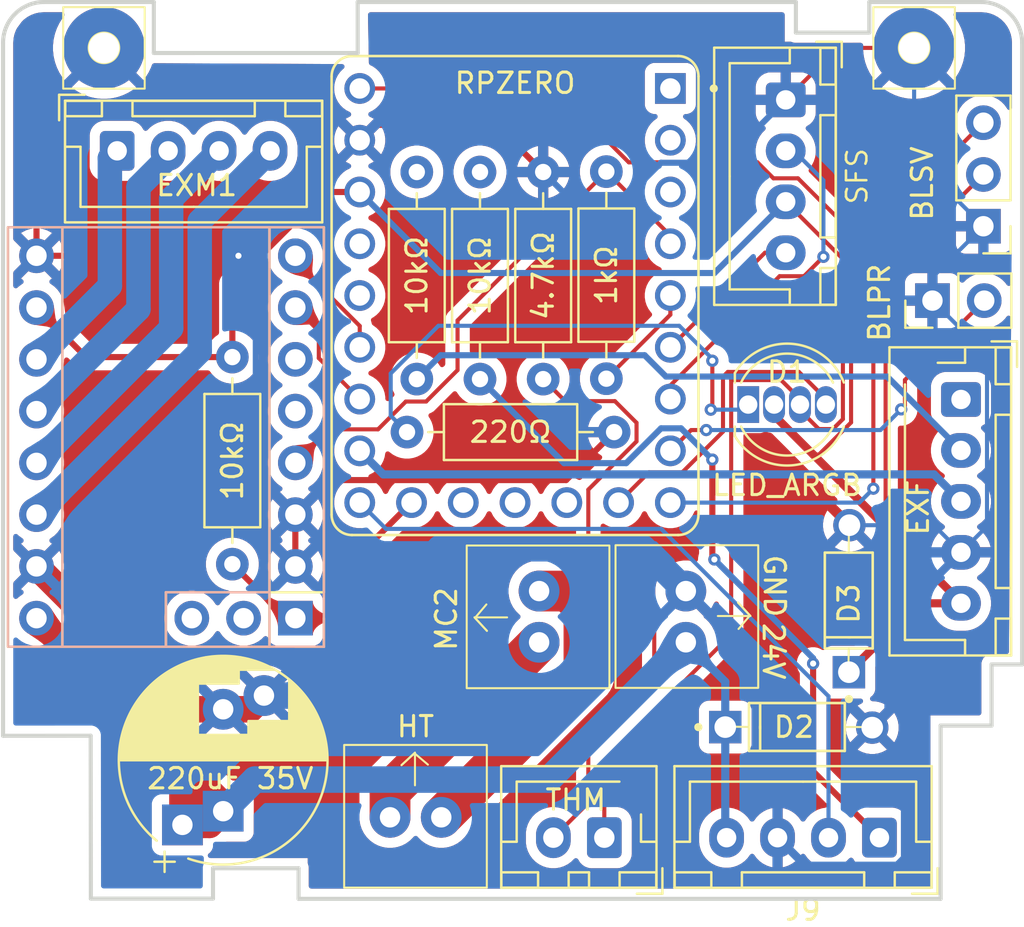
<source format=kicad_pcb>
(kicad_pcb (version 20241229) (generator "pcbnew") (generator_version "9.0")
  (layers (0 "F.Cu" signal) (2 "B.Cu" signal) (13 "F.Paste" user) (15 "B.Paste" user) (5 "F.SilkS" user "F.Silkscreen") (7 "B.SilkS" user "B.Silkscreen") (1 "F.Mask" user) (3 "B.Mask" user) (25 "Edge.Cuts" user))
  (net 0 "")
  (net 1 "/BL_SV")
  (net 2 "/BL_PR")
  (net 3 "/THM_SG")
  (net 4 "/TH_SG")
  (net 5 "+24V")
  (net 6 "+5V")
  (net 7 "GND")
  (net 8 "/ExtruderDriver/A2")
  (net 9 "/ExtruderDriver/B1")
  (net 10 "/ExtruderDriver/B2")
  (net 11 "/ExtruderDriver/A1")
  (net 12 "+3V3")
  (net 13 "/SFS_ENC")
  (net 14 "/SFS_SW")
  (net 19 "/M_UART")
  (net 20 "/EXF_SG")
  (net 21 "/PCF_SG")
  (net 22 "/EXF_TACH")
  (net 23 "/PCF_TACH")
  (net 24 "/M_DIR")
  (net 25 "/M_EN")
  (net 26 "/M_STEP")
  (net 27 "Net-(J5-Pin_1)")
  (net 28 "Net-(J5-Pin_2)")
  (net 29 "Net-(J8-Pin_2)")
  (net 31 "Net-(J9-Pin_1)")
  (net 32 "Net-(RPZERO1-GP4)")
  (net 33 "/LED_TEST")
  (net 36 "Net-(D1-A)")
  (footprint "OpenA1K:ScrewTerminal 7mm x 7mm" (layer "F.Cu") (at 85.925914 80.271896 -90)
    (property "Reference" "J7" (hide yes))
    (property "Value" "MC2" (at 0 4.275914 90) (layer "F.SilkS"))
    (pad "1" thru_hole circle (at -1.371896 -0.274086 270) (size 2 2) (drill 1) (layers "*.Cu" "*.Mask") (net 27 "Net-(J5-Pin_1)"))
    (pad "2" thru_hole circle (at 1.142704 -0.274086 270) (size 2 2) (drill 1) (layers "*.Cu" "*.Mask") (net 28 "Net-(J5-Pin_2)"))
  )
  (footprint "Connector_PinHeader_2.54mm:PinHeader_1x03_P2.54mm_Vertical" (layer "F.Cu") (at 108 61 180)
    (property "Reference" "J3" (hide yes))
    (property "Value" "BLSV" (at 3 2.1 270) (layer "F.SilkS"))
    (pad "1" thru_hole rect (at 0 0 180) (size 1.7 1.7) (drill 1) (layers "*.Cu" "*.Mask") (net 7 "GND"))
    (pad "2" thru_hole oval (at 0 2.54 180) (size 1.7 1.7) (drill 1) (layers "*.Cu" "*.Mask") (net 6 "+5V"))
    (pad "3" thru_hole oval (at 0 5.08 180) (size 1.7 1.7) (drill 1) (layers "*.Cu" "*.Mask") (net 1 "/BL_SV"))
  )
  (footprint "OpenA1K:Diode" (layer "F.Cu") (at 101.4 77.7 90)
    (property "Reference" "D3" (at -1.8135 0 90) (layer "F.SilkS"))
    (property "Value" "D_EXF" (hide yes))
    (pad "1" thru_hole rect (at -5.18 0 90) (size 1.59 1.59) (drill 1.06) (layers "*.Cu" "*.Mask") (net 6 "+5V"))
    (pad "2" thru_hole circle (at 2.032 0.0254 90) (size 1.59 1.59) (drill 1.06) (layers "*.Cu" "*.Mask") (net 7 "GND"))
  )
  (footprint "OpenA1K:Mountinghole_m1.5" (layer "F.Cu") (at 64.85 52.25)
    (property "Reference" "H1" (hide yes))
    (property "Value" "M1.5" (hide yes))
    (pad "1" thru_hole circle (at 0 0) (size 4 4) (drill 1.5) (layers "*.Cu" "*.Mask") (net 7 "GND"))
  )
  (footprint "OpenA1K:TMC2209 Footprint" (layer "F.Cu") (at 74.240707 80.23 180)
    (property "Reference" "M1" (hide yes))
    (property "Value" "StepperMotor" (hide yes))
    (pad "1" thru_hole rect (at 0 0 180) (size 1.7 1.7) (drill 1) (layers "*.Cu" "*.Mask") (net 25 "/M_EN"))
    (pad "2" thru_hole circle (at 0 2.54 180) (size 1.7 1.7) (drill 1) (layers "*.Cu" "*.Mask") (net 7 "GND"))
    (pad "3" thru_hole circle (at 0 5.08 180) (size 1.7 1.7) (drill 1) (layers "*.Cu" "*.Mask") (net 7 "GND"))
    (pad "4" thru_hole circle (at 0 7.62 180) (size 1.7 1.7) (drill 1) (layers "*.Cu" "*.Mask") (net 19 "/M_UART"))
    (pad "5" thru_hole circle (at 0 10.16 180) (size 1.7 1.7) (drill 1) (layers "*.Cu" "*.Mask"))
    (pad "6" thru_hole circle (at 0 12.7 180) (size 1.7 1.7) (drill 1) (layers "*.Cu" "*.Mask"))
    (pad "7" thru_hole circle (at 0 15.24 180) (size 1.7 1.7) (drill 1) (layers "*.Cu" "*.Mask") (net 26 "/M_STEP"))
    (pad "8" thru_hole circle (at 0 17.78 180) (size 1.7 1.7) (drill 1) (layers "*.Cu" "*.Mask") (net 24 "/M_DIR"))
    (pad "9" thru_hole circle (at 12.7 17.78 180) (size 1.7 1.7) (drill 1) (layers "*.Cu" "*.Mask") (net 7 "GND"))
    (pad "10" thru_hole circle (at 12.7 15.24 180) (size 1.7 1.7) (drill 1) (layers "*.Cu" "*.Mask") (net 12 "+3V3"))
    (pad "11" thru_hole circle (at 12.7 12.7 180) (size 1.7 1.7) (drill 1) (layers "*.Cu" "*.Mask") (net 10 "/ExtruderDriver/B2"))
    (pad "12" thru_hole circle (at 12.7 10.16 180) (size 1.7 1.7) (drill 1) (layers "*.Cu" "*.Mask") (net 9 "/ExtruderDriver/B1"))
    (pad "13" thru_hole circle (at 12.7 7.62 180) (size 1.7 1.7) (drill 1) (layers "*.Cu" "*.Mask") (net 11 "/ExtruderDriver/A1"))
    (pad "14" thru_hole circle (at 12.7 5.08 180) (size 1.7 1.7) (drill 1) (layers "*.Cu" "*.Mask") (net 8 "/ExtruderDriver/A2"))
    (pad "15" thru_hole circle (at 12.7 2.54 180) (size 1.7 1.7) (drill 1) (layers "*.Cu" "*.Mask") (net 7 "GND"))
    (pad "16" thru_hole circle (at 12.7 0 180) (size 1.7 1.7) (drill 1) (layers "*.Cu" "*.Mask") (net 5 "+24V"))
    (pad "17" thru_hole circle (at 2.54 0 180) (size 1.7 1.7) (drill 1) (layers "*.Cu" "*.Mask"))
    (pad "18" thru_hole circle (at 5.08 0 180) (size 1.7 1.7) (drill 1) (layers "*.Cu" "*.Mask"))
  )
  (footprint "Connector_PinHeader_2.54mm:PinHeader_1x02_P2.54mm_Vertical" (layer "F.Cu") (at 105.5 64.65 90)
    (property "Reference" "J4" (hide yes))
    (property "Value" "BLPR" (at -0.1 -2.6 270) (layer "F.SilkS"))
    (pad "1" thru_hole rect (at 0 0 90) (size 1.7 1.7) (drill 1) (layers "*.Cu" "*.Mask") (net 7 "GND"))
    (pad "2" thru_hole oval (at 0 2.54 90) (size 1.7 1.7) (drill 1) (layers "*.Cu" "*.Mask") (net 2 "/BL_PR"))
  )
  (footprint "Resistor_THT:R_Axial_DIN0207_L6.3mm_D2.5mm_P10.16mm_Horizontal" (layer "F.Cu") (at 86.4 68.5 90)
    (property "Reference" "R2" (hide yes))
    (property "Value" "4.7kΩ" (at 5.08 0 90) (layer "F.SilkS"))
    (pad "1" thru_hole circle (at 0 0 90) (size 1.6 1.6) (drill 0.8) (layers "*.Cu" "*.Mask") (net 4 "/TH_SG"))
    (pad "2" thru_hole oval (at 10.16 0 90) (size 1.6 1.6) (drill 0.8) (layers "*.Cu" "*.Mask") (net 7 "GND"))
  )
  (footprint "Resistor_THT:R_Axial_DIN0207_L6.3mm_D2.5mm_P10.16mm_Horizontal" (layer "F.Cu") (at 71.15 77.58 90)
    (property "Reference" "R6" (hide yes))
    (property "Value" "10kΩ" (at 5.08 0 90) (layer "F.SilkS"))
    (pad "1" thru_hole circle (at 0 0 90) (size 1.6 1.6) (drill 0.8) (layers "*.Cu" "*.Mask") (net 25 "/M_EN"))
    (pad "2" thru_hole oval (at 10.16 0 90) (size 1.6 1.6) (drill 0.8) (layers "*.Cu" "*.Mask") (net 12 "+3V3"))
  )
  (footprint "Resistor_THT:R_Axial_DIN0207_L6.3mm_D2.5mm_P10.16mm_Horizontal" (layer "F.Cu") (at 83.3 68.5 90)
    (property "Reference" "R4" (hide yes))
    (property "Value" "10kΩ" (at 5.08 0 90) (layer "F.SilkS"))
    (pad "1" thru_hole circle (at 0 0 90) (size 1.6 1.6) (drill 0.8) (layers "*.Cu" "*.Mask") (net 31 "Net-(J9-Pin_1)"))
    (pad "2" thru_hole oval (at 10.16 0 90) (size 1.6 1.6) (drill 0.8) (layers "*.Cu" "*.Mask") (net 23 "/PCF_TACH"))
  )
  (footprint "Connector_JST:JST_XH_B2B-XH-AM_1x02_P2.50mm_Vertical" (layer "F.Cu") (at 89.4 91 180)
    (property "Reference" "J1" (hide yes))
    (property "Value" "THM" (at 1.4 1.85 0) (layer "F.SilkS"))
    (pad "1" thru_hole roundrect (at 0 0 180) (size 1.7 2) (drill 1) (layers "*.Cu" "*.Mask") (roundrect_rratio 0.147059) (net 12 "+3V3"))
    (pad "2" thru_hole oval (at 2.5 0 180) (size 1.7 2) (drill 1) (layers "*.Cu" "*.Mask") (net 4 "/TH_SG"))
  )
  (footprint "Capacitor_THT:CP_Radial_D10.0mm_P5.00mm_P7.50mm" (layer "F.Cu") (at 70.7 89.7 90)
    (property "Reference" "C2" (hide yes))
    (property "Value" "220uF 35V" (at 1.6 0.35 0) (layer "F.SilkS"))
    (pad "1" thru_hole rect (at -0.672144 -2 90) (size 2 2) (drill 1) (layers "*.Cu" "*.Mask") (net 5 "+24V"))
    (pad "1" thru_hole rect (at 0 0 90) (size 2 2) (drill 1) (layers "*.Cu" "*.Mask") (net 5 "+24V"))
    (pad "2" thru_hole circle (at 5 0 90) (size 2 2) (drill 1) (layers "*.Cu" "*.Mask") (net 7 "GND"))
    (pad "2" thru_hole circle (at 5.672144 2 90) (size 2 2) (drill 1) (layers "*.Cu" "*.Mask") (net 7 "GND"))
  )
  (footprint "OpenA1K:ScrewTerminal 7mm x 7mm" (layer "F.Cu") (at 80.028811 89.725914 180)
    (property "Reference" "J5" (hide yes))
    (property "Value" "HT" (at -0.1068 4.175914 0) (layer "F.SilkS"))
    (pad "1" thru_hole circle (at -1.371896 -0.274086 180) (size 2 2) (drill 1) (layers "*.Cu" "*.Mask") (net 27 "Net-(J5-Pin_1)"))
    (pad "2" thru_hole circle (at 1.142704 -0.274086 180) (size 2 2) (drill 1) (layers "*.Cu" "*.Mask") (net 28 "Net-(J5-Pin_2)"))
  )
  (footprint "OpenA1K:ScrewTerminal 7mm x 7mm" (layer "F.Cu") (at 93.674086 80.042704 90)
    (property "Reference" "J6" (hide yes))
    (property "Value" "MC1" (hide yes))
    (pad "1" thru_hole circle (at -1.371896 -0.274086 90) (size 2 2) (drill 1) (layers "*.Cu" "*.Mask") (net 5 "+24V"))
    (pad "2" thru_hole circle (at 1.142704 -0.274086 90) (size 2 2) (drill 1) (layers "*.Cu" "*.Mask") (net 7 "GND"))
  )
  (footprint "OpenA1K:Diode" (layer "F.Cu") (at 100.5135 85.5746)
    (property "Reference" "D2" (at -1.8135 0 0) (layer "F.SilkS"))
    (property "Value" "D_PCF" (hide yes))
    (pad "1" thru_hole rect (at -5.18 0) (size 1.59 1.59) (drill 1.06) (layers "*.Cu" "*.Mask") (net 5 "+24V"))
    (pad "2" thru_hole circle (at 2.032 0.0254) (size 1.59 1.59) (drill 1.06) (layers "*.Cu" "*.Mask") (net 7 "GND"))
  )
  (footprint "Resistor_THT:R_Axial_DIN0207_L6.3mm_D2.5mm_P10.16mm_Horizontal" (layer "F.Cu") (at 80.2 68.5 90)
    (property "Reference" "R5" (hide yes))
    (property "Value" "10kΩ" (at 5.08 0 90) (layer "F.SilkS"))
    (pad "1" thru_hole circle (at 0 0 90) (size 1.6 1.6) (drill 0.8) (layers "*.Cu" "*.Mask") (net 29 "Net-(J8-Pin_2)"))
    (pad "2" thru_hole oval (at 10.16 0 90) (size 1.6 1.6) (drill 0.8) (layers "*.Cu" "*.Mask") (net 22 "/EXF_TACH"))
  )
  (footprint "Connector_JST:JST_XH_B5B-XH-AM_1x05_P2.50mm_Vertical" (layer "F.Cu") (at 106.9 69.5 -90)
    (property "Reference" "J8" (hide yes))
    (property "Value" "EXF" (at 5.3 2.1 90) (layer "F.SilkS"))
    (pad "1" thru_hole roundrect (at 0 0 270) (size 1.7 1.95) (drill 0.95) (layers "*.Cu" "*.Mask") (roundrect_rratio 0.147059))
    (pad "2" thru_hole oval (at 2.5 0 270) (size 1.7 1.95) (drill 0.95) (layers "*.Cu" "*.Mask") (net 29 "Net-(J8-Pin_2)"))
    (pad "3" thru_hole oval (at 5 0 270) (size 1.7 1.95) (drill 0.95) (layers "*.Cu" "*.Mask") (net 20 "/EXF_SG"))
    (pad "4" thru_hole oval (at 7.5 0 270) (size 1.7 1.95) (drill 0.95) (layers "*.Cu" "*.Mask") (net 7 "GND"))
    (pad "5" thru_hole oval (at 10 0 270) (size 1.7 1.95) (drill 0.95) (layers "*.Cu" "*.Mask") (net 6 "+5V"))
  )
  (footprint "Connector_JST:JST_XH_B4B-XH-A_1x04_P2.50mm_Vertical" (layer "F.Cu") (at 98.3 54.8 -90)
    (property "Reference" "J2" (hide yes))
    (property "Value" "SFS" (at 3.75 -3.5 90) (layer "F.SilkS") (effects (font (thickness 0.125))))
    (pad "1" thru_hole roundrect (at 0 0 270) (size 1.7 1.95) (drill 0.95) (layers "*.Cu" "*.Mask") (roundrect_rratio 0.147059) (net 7 "GND"))
    (pad "2" thru_hole oval (at 2.5 0 270) (size 1.7 1.95) (drill 0.95) (layers "*.Cu" "*.Mask") (net 13 "/SFS_ENC"))
    (pad "3" thru_hole oval (at 5 0 270) (size 1.7 1.95) (drill 0.95) (layers "*.Cu" "*.Mask") (net 12 "+3V3"))
    (pad "4" thru_hole oval (at 7.5 0 270) (size 1.7 1.95) (drill 0.95) (layers "*.Cu" "*.Mask") (net 14 "/SFS_SW"))
  )
  (footprint "Resistor_THT:R_Axial_DIN0207_L6.3mm_D2.5mm_P10.16mm_Horizontal" (layer "F.Cu") (at 89.5 58.32 -90)
    (property "Reference" "R1" (hide yes))
    (property "Value" "1kΩ" (at 5.08 0 90) (layer "F.SilkS"))
    (pad "1" thru_hole circle (at 0 0 270) (size 1.6 1.6) (drill 0.8) (layers "*.Cu" "*.Mask") (net 19 "/M_UART"))
    (pad "2" thru_hole oval (at 10.16 0 270) (size 1.6 1.6) (drill 0.8) (layers "*.Cu" "*.Mask") (net 32 "Net-(RPZERO1-GP4)"))
  )
  (footprint "Resistor_THT:R_Axial_DIN0207_L6.3mm_D2.5mm_P10.16mm_Horizontal" (layer "F.Cu") (at 79.72 71.1)
    (property "Reference" "R3" (hide yes))
    (property "Value" "220Ω" (at 5.08 0 0) (layer "F.SilkS"))
    (pad "1" thru_hole circle (at 0 0) (size 1.6 1.6) (drill 0.8) (layers "*.Cu" "*.Mask") (net 36 "Net-(D1-A)"))
    (pad "2" thru_hole oval (at 10.16 0) (size 1.6 1.6) (drill 0.8) (layers "*.Cu" "*.Mask") (net 7 "GND"))
  )
  (footprint "Connector_JST:JST_XH_B4B-XH-A_1x04_P2.50mm_Vertical" (layer "F.Cu") (at 102.9 91 180)
    (property "Reference" "J9" (at 3.75 -3.55 180) (layer "F.SilkS"))
    (property "Value" "PCF")
    (pad "1" thru_hole roundrect (at 0 0 180) (size 1.7 1.95) (drill 0.95) (layers "*.Cu" "*.Mask") (roundrect_rratio 0.147059) (net 31 "Net-(J9-Pin_1)"))
    (pad "2" thru_hole oval (at 2.5 0 180) (size 1.7 1.95) (drill 0.95) (layers "*.Cu" "*.Mask") (net 21 "/PCF_SG"))
    (pad "3" thru_hole oval (at 5 0 180) (size 1.7 1.95) (drill 0.95) (layers "*.Cu" "*.Mask") (net 7 "GND"))
    (pad "4" thru_hole oval (at 7.5 0 180) (size 1.7 1.95) (drill 0.95) (layers "*.Cu" "*.Mask") (net 5 "+24V"))
  )
  (footprint "Libraries:RP2040-ZERO" (layer "F.Cu") (at 85.02 64.4)
    (property "Reference" "RPZERO1" (hide yes))
    (property "Value" "RPZERO" (at 0 -10.42 0) (layer "F.SilkS"))
    (pad "1" thru_hole rect (at 7.62 -10.16) (size 1.508 1.508) (drill 1) (layers "*.Cu" "*.Mask"))
    (pad "2" thru_hole circle (at 7.62 -7.62) (size 1.508 1.508) (drill 1) (layers "*.Cu" "*.Mask"))
    (pad "3" thru_hole circle (at 7.62 -5.08) (size 1.508 1.508) (drill 1) (layers "*.Cu" "*.Mask") (net 3 "/THM_SG"))
    (pad "4" thru_hole circle (at 7.62 -2.54) (size 1.508 1.508) (drill 1) (layers "*.Cu" "*.Mask") (net 19 "/M_UART"))
    (pad "5" thru_hole circle (at 7.62 0) (size 1.508 1.508) (drill 1) (layers "*.Cu" "*.Mask") (net 32 "Net-(RPZERO1-GP4)"))
    (pad "6" thru_hole circle (at 7.62 2.54) (size 1.508 1.508) (drill 1) (layers "*.Cu" "*.Mask") (net 14 "/SFS_SW"))
    (pad "7" thru_hole circle (at 7.62 5.08) (size 1.508 1.508) (drill 1) (layers "*.Cu" "*.Mask") (net 13 "/SFS_ENC"))
    (pad "8" thru_hole circle (at 7.62 7.62) (size 1.508 1.508) (drill 1) (layers "*.Cu" "*.Mask") (net 2 "/BL_PR"))
    (pad "9" thru_hole circle (at 7.62 10.16) (size 1.508 1.508) (drill 1) (layers "*.Cu" "*.Mask") (net 1 "/BL_SV"))
    (pad "10" thru_hole circle (at 5.08 10.16) (size 1.508 1.508) (drill 1) (layers "*.Cu" "*.Mask") (net 33 "/LED_TEST"))
    (pad "11" thru_hole circle (at 2.54 10.16) (size 1.508 1.508) (drill 1) (layers "*.Cu" "*.Mask"))
    (pad "12" thru_hole circle (at 0 10.16) (size 1.508 1.508) (drill 1) (layers "*.Cu" "*.Mask"))
    (pad "13" thru_hole circle (at -2.54 10.16) (size 1.508 1.508) (drill 1) (layers "*.Cu" "*.Mask"))
    (pad "14" thru_hole circle (at -5.08 10.16) (size 1.508 1.508) (drill 1) (layers "*.Cu" "*.Mask") (net 25 "/M_EN"))
    (pad "15" thru_hole circle (at -7.62 10.16) (size 1.508 1.508) (drill 1) (layers "*.Cu" "*.Mask") (net 21 "/PCF_SG"))
    (pad "16" thru_hole circle (at -7.62 7.62) (size 1.508 1.508) (drill 1) (layers "*.Cu" "*.Mask") (net 20 "/EXF_SG"))
    (pad "17" thru_hole circle (at -7.62 5.08) (size 1.508 1.508) (drill 1) (layers "*.Cu" "*.Mask") (net 26 "/M_STEP"))
    (pad "18" thru_hole circle (at -7.62 2.54) (size 1.508 1.508) (drill 1) (layers "*.Cu" "*.Mask") (net 24 "/M_DIR"))
    (pad "19" thru_hole circle (at -7.62 0) (size 1.508 1.508) (drill 1) (layers "*.Cu" "*.Mask"))
    (pad "20" thru_hole circle (at -7.62 -2.54) (size 1.508 1.508) (drill 1) (layers "*.Cu" "*.Mask"))
    (pad "21" thru_hole circle (at -7.62 -5.08) (size 1.508 1.508) (drill 1) (layers "*.Cu" "*.Mask") (net 12 "+3V3"))
    (pad "22" thru_hole circle (at -7.62 -7.62) (size 1.508 1.508) (drill 1) (layers "*.Cu" "*.Mask") (net 7 "GND"))
    (pad "23" thru_hole circle (at -7.62 -10.16) (size 1.508 1.508) (drill 1) (layers "*.Cu" "*.Mask") (net 6 "+5V"))
  )
  (footprint "OpenA1K:Mountinghole_m1.5" (layer "F.Cu") (at 104.6 52.25)
    (property "Reference" "H2" (hide yes))
    (property "Value" "M1.5" (hide yes))
    (pad "1" thru_hole circle (at 0 0) (size 4 4) (drill 1.5) (layers "*.Cu" "*.Mask") (net 7 "GND"))
  )
  (footprint "Connector_JST:JST_XH_B4B-XH-A_1x04_P2.50mm_Vertical" (layer "F.Cu") (at 65.5 57.3)
    (property "Reference" "EXM1" (at 3.9 1.7 0) (layer "F.SilkS"))
    (property "Value" "Conn_01x04" (hide yes))
    (pad "1" thru_hole roundrect (at 0 0) (size 1.7 1.95) (drill 0.95) (layers "*.Cu" "*.Mask") (roundrect_rratio 0.147059) (net 10 "/ExtruderDriver/B2"))
    (pad "2" thru_hole oval (at 2.5 0) (size 1.7 1.95) (drill 0.95) (layers "*.Cu" "*.Mask") (net 9 "/ExtruderDriver/B1"))
    (pad "3" thru_hole oval (at 5 0) (size 1.7 1.95) (drill 0.95) (layers "*.Cu" "*.Mask") (net 11 "/ExtruderDriver/A1"))
    (pad "4" thru_hole oval (at 7.5 0) (size 1.7 1.95) (drill 0.95) (layers "*.Cu" "*.Mask") (net 8 "/ExtruderDriver/A2"))
  )
  (footprint "LED_THT:LED_D5.0mm-4_RGB" (layer "F.Cu") (at 96.46 69.75)
    (property "Reference" "D1" (at 1.905 -1.6 0) (layer "F.SilkS"))
    (property "Value" "LED_ARGB" (at 1.905 3.96 0) (layer "F.SilkS"))
    (pad "1" thru_hole rect (at 0 0) (size 1.07 1.8) (drill 0.9) (layers "*.Cu" "*.Mask") (net 36 "Net-(D1-A)"))
    (pad "2" thru_hole oval (at 1.27 0) (size 1.07 1.8) (drill 0.9) (layers "*.Cu" "*.Mask") (net 6 "+5V"))
    (pad "3" thru_hole oval (at 2.54 0) (size 1.07 1.8) (drill 0.9) (layers "*.Cu" "*.Mask") (net 12 "+3V3"))
    (pad "4" thru_hole oval (at 3.81 0) (size 1.07 1.8) (drill 0.9) (layers "*.Cu" "*.Mask") (net 33 "/LED_TEST"))
  )
  (gr_line (start 102.4 50) (end 102.4 51.5) (stroke (width 0.2)) (layer "Edge.Cuts"))
  (gr_line (start 108.4 82.5) (end 109.9 82.5) (stroke (width 0.2)) (layer "Edge.Cuts"))
  (gr_arc (start 59.9 52) (mid 60.485786 50.585786) (end 61.9 50) (stroke (width 0.2)) (layer "Edge.Cuts"))
  (gr_line (start 67.296551 50) (end 61.9 50) (stroke (width 0.2)) (layer "Edge.Cuts"))
  (gr_line (start 105.9 85.5) (end 108.4 85.5) (stroke (width 0.2)) (layer "Edge.Cuts"))
  (gr_line (start 102.4 51.5) (end 98.798662 51.501055) (stroke (width 0.2)) (layer "Edge.Cuts"))
  (gr_line (start 64.20788 93.990499) (end 64.199262 85.997624) (stroke (width 0.2)) (layer "Edge.Cuts"))
  (gr_line (start 77.299131 50) (end 77.299131 52.5) (stroke (width 0.2)) (layer "Edge.Cuts"))
  (gr_line (start 107.9 50) (end 102.4 50) (stroke (width 0.2)) (layer "Edge.Cuts"))
  (gr_line (start 109.9 82.5) (end 109.9 52) (stroke (width 0.2)) (layer "Edge.Cuts"))
  (gr_line (start 64.20788 93.990499) (end 70.201099 93.990499) (stroke (width 0.2)) (layer "Edge.Cuts"))
  (gr_line (start 74.4 92.5) (end 74.4 94) (stroke (width 0.2)) (layer "Edge.Cuts"))
  (gr_line (start 74.4 94) (end 105.9 94) (stroke (width 0.2)) (layer "Edge.Cuts"))
  (gr_line (start 108.4 85.5) (end 108.4 82.5) (stroke (width 0.2)) (layer "Edge.Cuts"))
  (gr_line (start 59.9 52) (end 59.9 86) (stroke (width 0.2)) (layer "Edge.Cuts"))
  (gr_arc (start 107.9 50) (mid 109.314214 50.585786) (end 109.9 52) (stroke (width 0.2)) (layer "Edge.Cuts"))
  (gr_line (start 67.296551 52.501055) (end 67.296551 50) (stroke (width 0.2)) (layer "Edge.Cuts"))
  (gr_line (start 105.9 94) (end 105.9 85.5) (stroke (width 0.2)) (layer "Edge.Cuts"))
  (gr_line (start 70.201099 92.5) (end 74.4 92.5) (stroke (width 0.2)) (layer "Edge.Cuts"))
  (gr_line (start 77.299131 52.5) (end 67.296551 52.501055) (stroke (width 0.2)) (layer "Edge.Cuts"))
  (gr_line (start 70.201099 93.990499) (end 70.201099 92.5) (stroke (width 0.2)) (layer "Edge.Cuts"))
  (gr_line (start 98.798662 50) (end 98.798662 51.501055) (stroke (width 0.2)) (layer "Edge.Cuts"))
  (gr_line (start 59.9 86) (end 64.199262 85.997624) (stroke (width 0.2)) (layer "Edge.Cuts"))
  (gr_line (start 98.798662 50) (end 77.299131 50) (stroke (width 0.2)) (layer "Edge.Cuts"))
  (gr_text "GND" (at 97.75 78.65 270) (layer "F.SilkS") (effects (font (size 1 1))))
  (gr_text "24V" (at 97.7 81.85 270) (layer "F.SilkS") (effects (font (size 1 1))))
  (segment (start 102.6 73.875) (end 102.6 61.32) (width 0.2) (layer "F.Cu") (net 1))
  (segment (start 102.6 61.32) (end 108 55.92) (width 0.2) (layer "F.Cu") (net 1))
  (via (at 102.6 73.875) (size 0.6) (drill 0.3) (layers "F.Cu" "B.Cu") (net 1))
  (segment (start 101.915 74.56) (end 102.6 73.875) (width 0.2) (layer "B.Cu") (net 1))
  (segment (start 92.64 74.56) (end 101.915 74.56) (width 0.2) (layer "B.Cu") (net 1))
  (segment (start 93.66 71) (end 94.4 71) (width 0.2) (layer "F.Cu") (net 2))
  (segment (start 104.15 68.54) (end 108.04 64.65) (width 0.2) (layer "F.Cu") (net 2))
  (segment (start 103.96538 69.98462) (end 104.15 69.8) (width 0.2) (layer "F.Cu") (net 2))
  (segment (start 104.15 69.8) (end 104.15 68.54) (width 0.2) (layer "F.Cu") (net 2))
  (segment (start 92.64 72.02) (end 93.66 71) (width 0.2) (layer "F.Cu") (net 2))
  (via (at 94.4 71) (size 0.6) (drill 0.3) (layers "F.Cu" "B.Cu") (net 2))
  (via (at 103.96538 69.98462) (size 0.6) (drill 0.3) (layers "F.Cu" "B.Cu") (net 2))
  (segment (start 102.95 71) (end 103.96538 69.98462) (width 0.2) (layer "B.Cu") (net 2))
  (segment (start 94.4 71) (end 102.95 71) (width 0.2) (layer "B.Cu") (net 2))
  (segment (start 88.615 76.965) (end 91.85 80.2) (width 0.2) (layer "F.Cu") (net 4))
  (segment (start 88.615 73.92205) (end 88.615 76.965) (width 0.2) (layer "F.Cu") (net 4))
  (segment (start 91.85 83.35) (end 88.615 86.585) (width 0.2) (layer "F.Cu") (net 4))
  (segment (start 90.981 70.64395) (end 90.981 71.55605) (width 0.2) (layer "F.Cu") (net 4))
  (segment (start 90.981 71.55605) (end 88.615 73.92205) (width 0.2) (layer "F.Cu") (net 4))
  (segment (start 87.481 69.581) (end 89.91805 69.581) (width 0.2) (layer "F.Cu") (net 4))
  (segment (start 88.615 86.585) (end 88.615 89.285) (width 0.2) (layer "F.Cu") (net 4))
  (segment (start 88.615 89.285) (end 86.9 91) (width 0.2) (layer "F.Cu") (net 4))
  (segment (start 89.91805 69.581) (end 90.981 70.64395) (width 0.2) (layer "F.Cu") (net 4))
  (segment (start 91.85 80.2) (end 91.85 83.35) (width 0.2) (layer "F.Cu") (net 4))
  (segment (start 86.4 68.5) (end 87.481 69.581) (width 0.2) (layer "F.Cu") (net 4))
  (segment (start 68.7 87.389293) (end 61.540707 80.23) (width 1.3) (layer "F.Cu") (net 5))
  (segment (start 68.7 90.372144) (end 68.7 87.389293) (width 1.3) (layer "F.Cu") (net 5))
  (segment (start 70.7 89.7) (end 70.7 89.389293) (width 1.3) (layer "F.Cu") (net 5))
  (segment (start 70.7 89.389293) (end 69.880354 88.569646) (width 1.3) (layer "F.Cu") (net 5))
  (segment (start 69.880354 88.569646) (end 61.540707 80.23) (width 1.3) (layer "F.Cu") (net 5))
  (segment (start 69.880354 89.19179) (end 68.7 90.372144) (width 1.3) (layer "F.Cu") (net 5))
  (segment (start 69.880354 88.569646) (end 69.880354 89.19179) (width 1.3) (layer "F.Cu") (net 5))
  (segment (start 68.7 90.372144) (end 70.027856 90.372144) (width 1.3) (layer "F.Cu") (net 5))
  (segment (start 70.027856 90.372144) (end 70.7 89.7) (width 1.3) (layer "F.Cu") (net 5))
  (segment (start 93.4 81.4146) (end 95.3335 83.3481) (width 0.4) (layer "B.Cu") (net 5))
  (segment (start 95.3335 85.5746) (end 95.3335 90.9335) (width 0.4) (layer "B.Cu") (net 5))
  (segment (start 72.251 88.149) (end 86.6656 88.149) (width 1.3) (layer "B.Cu") (net 5))
  (segment (start 95.3335 90.9335) (end 95.4 91) (width 0.4) (layer "B.Cu") (net 5))
  (segment (start 86.6656 88.149) (end 93.4 81.4146) (width 1.3) (layer "B.Cu") (net 5))
  (segment (start 70.7 89.7) (end 72.251 88.149) (width 1.3) (layer "B.Cu") (net 5))
  (segment (start 95.3335 83.3481) (end 95.3335 85.5746) (width 0.4) (layer "B.Cu") (net 5))
  (segment (start 90.601 57.86395) (end 96.91319 57.86395) (width 0.2) (layer "F.Cu") (net 6))
  (segment (start 77.4 54.24) (end 86.97705 54.24) (width 0.2) (layer "F.Cu") (net 6))
  (segment (start 103.201 63.259) (end 103.201 75.249) (width 0.2) (layer "F.Cu") (net 6))
  (segment (start 99.6494 72.2006) (end 102.9494 75.5006) (width 0.4) (layer "F.Cu") (net 6))
  (segment (start 101.507 61.25424) (end 101.507 70.627383) (width 0.2) (layer "F.Cu") (net 6))
  (segment (start 106.9 79.5) (end 104.78 79.5) (width 0.4) (layer "F.Cu") (net 6))
  (segment (start 103.201 75.249) (end 102.9494 75.5006) (width 0.2) (layer "F.Cu") (net 6))
  (segment (start 104.78 79.5) (end 101.4 82.88) (width 0.4) (layer "F.Cu") (net 6))
  (segment (start 98.90176 58.649) (end 101.507 61.25424) (width 0.2) (layer "F.Cu") (net 6))
  (segment (start 97.73 69.75) (end 97.73 70.2812) (width 0.4) (layer "F.Cu") (net 6))
  (segment (start 101.507 70.627383) (end 99.933783 72.2006) (width 0.2) (layer "F.Cu") (net 6))
  (segment (start 86.97705 54.24) (end 90.601 57.86395) (width 0.2) (layer "F.Cu") (net 6))
  (segment (start 96.91319 57.86395) (end 97.69824 58.649) (width 0.2) (layer "F.Cu") (net 6))
  (segment (start 102.9494 75.5006) (end 106.9 79.4512) (width 0.4) (layer "F.Cu") (net 6))
  (segment (start 108 58.46) (end 103.201 63.259) (width 0.2) (layer "F.Cu") (net 6))
  (segment (start 97.69824 58.649) (end 98.90176 58.649) (width 0.2) (layer "F.Cu") (net 6))
  (segment (start 99.933783 72.2006) (end 99.6494 72.2006) (width 0.2) (layer "F.Cu") (net 6))
  (segment (start 106.9 79.4512) (end 106.9 79.5) (width 0.4) (layer "F.Cu") (net 6))
  (segment (start 97.73 70.2812) (end 99.6494 72.2006) (width 0.4) (layer "F.Cu") (net 6))
  (segment (start 70.7 84.7) (end 68.550707 84.7) (width 1.3) (layer "F.Cu") (net 7))
  (segment (start 61.540707 55.559293) (end 64.85 52.25) (width 0.3) (layer "F.Cu") (net 7))
  (segment (start 72.027856 84.7) (end 72.7 84.027856) (width 1.3) (layer "F.Cu") (net 7))
  (segment (start 100.85 52.25) (end 98.3 54.8) (width 0.2) (layer "F.Cu") (net 7))
  (segment (start 61.540707 62.45) (end 61.540707 55.559293) (width 0.3) (layer "F.Cu") (net 7))
  (segment (start 64.85 52.25) (end 66.85 54.25) (width 0.3) (layer "F.Cu") (net 7))
  (segment (start 74.240707 75.15) (end 75.935707 73.455) (width 0.3) (layer "F.Cu") (net 7))
  (segment (start 75.935707 73.455) (end 87.525 73.455) (width 0.3) (layer "F.Cu") (net 7))
  (segment (start 66.85 54.25) (end 74.87 54.25) (width 0.3) (layer "F.Cu") (net 7))
  (segment (start 77.4 56.78) (end 78.154 56.026) (width 0.3) (layer "F.Cu") (net 7))
  (segment (start 84.086 56.026) (end 86.4 58.34) (width 0.3) (layer "F.Cu") (net 7))
  (segment (start 87.525 73.455) (end 89.88 71.1) (width 0.3) (layer "F.Cu") (net 7))
  (segment (start 104.6 52.25) (end 100.85 52.25) (width 0.2) (layer "F.Cu") (net 7))
  (segment (start 68.550707 84.7) (end 61.540707 77.69) (width 1.3) (layer "F.Cu") (net 7))
  (segment (start 74.240707 75.15) (end 74.240707 77.69) (width 0.3) (layer "F.Cu") (net 7))
  (segment (start 70.7 84.7) (end 72.027856 84.7) (width 1.3) (layer "F.Cu") (net 7))
  (segment (start 61.540707 62.45) (end 71.45 62.45) (width 0.3) (layer "F.Cu") (net 7))
  (segment (start 78.154 56.026) (end 84.086 56.026) (width 0.3) (layer "F.Cu") (net 7))
  (segment (start 74.87 54.25) (end 77.4 56.78) (width 0.3) (layer "F.Cu") (net 7))
  (via (at 71.45 62.45) (size 0.6) (drill 0.3) (layers "F.Cu" "B.Cu") (net 7))
  (segment (start 97.9 83.29689) (end 97.9 91) (width 0.4) (layer "B.Cu") (net 7))
  (segment (start 91.3 76.8) (end 93.4 78.9) (width 1.3) (layer "B.Cu") (net 7))
  (segment (start 103.340499 80.559501) (end 103.340499 84.805001) (width 0.4) (layer "B.Cu") (net 7))
  (segment (start 90.596294 59.471) (end 92.182294 57.885) (width 0.3) (layer "B.Cu") (net 7))
  (segment (start 92.182294 57.885) (end 95.215 57.885) (width 0.3) (layer "B.Cu") (net 7))
  (segment (start 108.176 75.724) (end 108.176 67.326) (width 0.2) (layer "B.Cu") (net 7))
  (segment (start 72.301 63.301) (end 72.301 73.210293) (width 0.3) (layer "B.Cu") (net 7))
  (segment (start 105.5 64.65) (end 105.5 63.5) (width 0.2) (layer "B.Cu") (net 7))
  (segment (start 108.176 67.326) (end 105.5 64.65) (width 0.2) (layer "B.Cu") (net 7))
  (segment (start 104.151 92.00158) (end 103.77658 92.376) (width 0.4) (layer "B.Cu") (net 7))
  (segment (start 105.5 63.5) (end 108 61) (width 0.2) (layer "B.Cu") (net 7))
  (segment (start 72.301 73.210293) (end 74.240707 75.15) (width 0.3) (layer "B.Cu") (net 7))
  (segment (start 93.50311 78.9) (end 97.9 83.29689) (width 0.4) (layer "B.Cu") (net 7))
  (segment (start 81.342069 76.8) (end 91.3 76.8) (width 1.3) (layer "B.Cu") (net 7))
  (segment (start 105.568 75.668) (end 106.9 77) (width 0.2) (layer "B.Cu") (net 7))
  (segment (start 71.45 62.45) (end 72.301 63.301) (width 0.3) (layer "B.Cu") (net 7))
  (segment (start 104.151 87.2055) (end 104.151 92.00158) (width 0.4) (layer "B.Cu") (net 7))
  (segment (start 95.215 57.885) (end 98.3 54.8) (width 0.3) (layer "B.Cu") (net 7))
  (segment (start 101.4254 75.668) (end 105.568 75.668) (width 0.2) (layer "B.Cu") (net 7))
  (segment (start 104.6 57.6) (end 108 61) (width 0.2) (layer "B.Cu") (net 7))
  (segment (start 102.5455 85.6) (end 104.151 87.2055) (width 0.4) (layer "B.Cu") (net 7))
  (segment (start 106.9 77) (end 108.176 75.724) (width 0.2) (layer "B.Cu") (net 7))
  (segment (start 86.4 58.34) (end 87.531 59.471) (width 0.3) (layer "B.Cu") (net 7))
  (segment (start 103.77658 92.376) (end 99.276 92.376) (width 0.4) (layer "B.Cu") (net 7))
  (segment (start 74.114213 84.027856) (end 81.342069 76.8) (width 1.3) (layer "B.Cu") (net 7))
  (segment (start 104.6 52.25) (end 104.6 57.6) (width 0.2) (layer "B.Cu") (net 7))
  (segment (start 72.7 84.027856) (end 74.114213 84.027856) (width 1.3) (layer "B.Cu") (net 7))
  (segment (start 103.340499 84.805001) (end 102.5455 85.6) (width 0.4) (layer "B.Cu") (net 7))
  (segment (start 87.531 59.471) (end 90.596294 59.471) (width 0.3) (layer "B.Cu") (net 7))
  (segment (start 99.276 92.376) (end 97.9 91) (width 0.4) (layer "B.Cu") (net 7))
  (segment (start 106.9 77) (end 103.340499 80.559501) (width 0.4) (layer "B.Cu") (net 7))
  (segment (start 93.4 78.9) (end 93.50311 78.9) (width 0.4) (layer "B.Cu") (net 7))
  (segment (start 69.549 67.141707) (end 69.549 60.751) (width 1.2) (layer "B.Cu") (net 8))
  (segment (start 69.549 60.751) (end 73 57.3) (width 1.2) (layer "B.Cu") (net 8))
  (segment (start 61.540707 75.15) (end 69.549 67.141707) (width 1.2) (layer "B.Cu") (net 8))
  (segment (start 66.542266 65.068441) (end 66.542266 59.076) (width 1.2) (layer "B.Cu") (net 9))
  (segment (start 68 57.618266) (end 68 57.3) (width 1.2) (layer "B.Cu") (net 9))
  (segment (start 61.540707 70.07) (end 66.542266 65.068441) (width 1.2) (layer "B.Cu") (net 9))
  (segment (start 66.542266 59.076) (end 68 57.618266) (width 1.2) (layer "B.Cu") (net 9))
  (segment (start 65.141266 57.658734) (end 65.141266 63.929441) (width 1.2) (layer "B.Cu") (net 10))
  (segment (start 65.5 57.3) (end 65.141266 57.658734) (width 1.2) (layer "B.Cu") (net 10))
  (segment (start 65.141266 63.929441) (end 61.540707 67.53) (width 1.2) (layer "B.Cu") (net 10))
  (segment (start 70.5 57.3) (end 68.148 59.652) (width 1.2) (layer "B.Cu") (net 11))
  (segment (start 68.148 59.652) (end 68.148 66.002707) (width 1.2) (layer "B.Cu") (net 11))
  (segment (start 68.148 66.002707) (end 61.540707 72.61) (width 1.2) (layer "B.Cu") (net 11))
  (segment (start 71.15 63.842236) (end 75.672236 59.32) (width 0.3) (layer "F.Cu") (net 12))
  (segment (start 63.970707 67.42) (end 61.540707 64.99) (width 0.3) (layer "F.Cu") (net 12))
  (segment (start 100.616283 70.951) (end 99.923717 70.951) (width 0.2) (layer "F.Cu") (net 12))
  (segment (start 98.076283 68.549) (end 99 69.472717) (width 0.2) (layer "F.Cu") (net 12))
  (segment (start 95.624 81.030492) (end 95.624 68.549) (width 0.2) (layer "F.Cu") (net 12))
  (segment (start 99.923717 70.951) (end 99 70.027283) (width 0.2) (layer "F.Cu") (net 12))
  (segment (start 75.672236 59.32) (end 77.4 59.32) (width 0.3) (layer "F.Cu") (net 12))
  (segment (start 71.15 67.42) (end 63.970707 67.42) (width 0.3) (layer "F.Cu") (net 12))
  (segment (start 71.15 67.42) (end 71.15 63.842236) (width 0.3) (layer "F.Cu") (net 12))
  (segment (start 101.106 70.461283) (end 100.616283 70.951) (width 0.2) (layer "F.Cu") (net 12))
  (segment (start 89.4 91) (end 89.4 87.254492) (width 0.2) (layer "F.Cu") (net 12))
  (segment (start 89.4 87.254492) (end 95.624 81.030492) (width 0.2) (layer "F.Cu") (net 12))
  (segment (start 99 69.472717) (end 99 69.75) (width 0.2) (layer "F.Cu") (net 12))
  (segment (start 99 70.027283) (end 99 69.75) (width 0.2) (layer "F.Cu") (net 12))
  (segment (start 98.3 59.8) (end 101.106 62.606) (width 0.2) (layer "F.Cu") (net 12))
  (segment (start 101.106 62.606) (end 101.106 70.461283) (width 0.2) (layer "F.Cu") (net 12))
  (segment (start 95.624 68.549) (end 98.076283 68.549) (width 0.2) (layer "F.Cu") (net 12))
  (segment (start 81.375 63.295) (end 94.805 63.295) (width 0.3) (layer "B.Cu") (net 12))
  (segment (start 94.805 63.295) (end 98.3 59.8) (width 0.3) (layer "B.Cu") (net 12))
  (segment (start 77.4 59.32) (end 81.375 63.295) (width 0.3) (layer "B.Cu") (net 12))
  (segment (start 99.199 63.451) (end 100.15 62.5) (width 0.2) (layer "F.Cu") (net 13))
  (segment (start 97.999057 63.451) (end 99.199 63.451) (width 0.2) (layer "F.Cu") (net 13))
  (segment (start 92.64 69.48) (end 92.64 68.810057) (width 0.2) (layer "F.Cu") (net 13))
  (segment (start 92.64 68.810057) (end 97.999057 63.451) (width 0.2) (layer "F.Cu") (net 13))
  (via (at 100.15 62.5) (size 0.6) (drill 0.3) (layers "F.Cu" "B.Cu") (net 13))
  (segment (start 100.15 58.75) (end 98.7 57.3) (width 0.2) (layer "B.Cu") (net 13))
  (segment (start 100.15 62.5) (end 100.15 58.75) (width 0.2) (layer "B.Cu") (net 13))
  (segment (start 98.7 57.3) (end 98.3 57.3) (width 0.2) (layer "B.Cu") (net 13))
  (segment (start 98.3 62.3) (end 97.28 62.3) (width 0.2) (layer "F.Cu") (net 14))
  (segment (start 97.28 62.3) (end 92.64 66.94) (width 0.2) (layer "F.Cu") (net 14))
  (segment (start 82.199 65.621) (end 89.5 58.32) (width 0.2) (layer "F.Cu") (net 19))
  (segment (start 82.199 68.05805) (end 82.199 65.621) (width 0.2) (layer "F.Cu") (net 19))
  (segment (start 78.29795 70.965) (end 79.66195 69.601) (width 0.2) (layer "F.Cu") (net 19))
  (segment (start 92.64 61.46) (end 92.64 61.86) (width 0.2) (layer "F.Cu") (net 19))
  (segment (start 79.66195 69.601) (end 80.65605 69.601) (width 0.2) (layer "F.Cu") (net 19))
  (segment (start 75.885707 70.965) (end 78.29795 70.965) (width 0.2) (layer "F.Cu") (net 19))
  (segment (start 80.65605 69.601) (end 82.199 68.05805) (width 0.2) (layer "F.Cu") (net 19))
  (segment (start 74.240707 72.61) (end 75.885707 70.965) (width 0.2) (layer "F.Cu") (net 19))
  (segment (start 89.5 58.32) (end 92.64 61.46) (width 0.2) (layer "F.Cu") (net 19))
  (segment (start 105.575 73.175) (end 78.555 73.175) (width 0.4) (layer "B.Cu") (net 20))
  (segment (start 106.9 74.5) (end 105.575 73.175) (width 0.4) (layer "B.Cu") (net 20))
  (segment (start 78.555 73.175) (end 77.4 72.02) (width 0.4) (layer "B.Cu") (net 20))
  (segment (start 77.4 74.56) (end 78.689 75.849) (width 0.2) (layer "B.Cu") (net 21))
  (segment (start 100.4 84.060108) (end 100.4 91) (width 0.2) (layer "B.Cu") (net 21))
  (segment (start 78.689 75.849) (end 92.188892 75.849) (width 0.2) (layer "B.Cu") (net 21))
  (segment (start 92.188892 75.849) (end 100.4 84.060108) (width 0.2) (layer "B.Cu") (net 21))
  (segment (start 77.4 65.891996) (end 77.4 66.94) (width 0.2) (layer "F.Cu") (net 24))
  (segment (start 74.240707 62.45) (end 74.240707 62.732703) (width 0.2) (layer "F.Cu") (net 24))
  (segment (start 74.240707 62.732703) (end 77.4 65.891996) (width 0.2) (layer "F.Cu") (net 24))
  (segment (start 74.240707 80.23) (end 73.8 80.23) (width 0.3) (layer "F.Cu") (net 25))
  (segment (start 76.81 80.23) (end 76.81 77.69) (width 0.3) (layer "F.Cu") (net 25))
  (segment (start 73.8 80.23) (end 71.15 77.58) (width 0.3) (layer "F.Cu") (net 25))
  (segment (start 76.81 77.69) (end 79.94 74.56) (width 0.3) (layer "F.Cu") (net 25))
  (segment (start 74.240707 80.23) (end 76.81 80.23) (width 0.3) (layer "F.Cu") (net 25))
  (segment (start 74.240707 64.99) (end 75.391707 66.141) (width 0.2) (layer "F.Cu") (net 26))
  (segment (start 75.391707 66.141) (end 75.391707 67.471707) (width 0.2) (layer "F.Cu") (net 26))
  (segment (start 75.391707 67.471707) (end 77.4 69.48) (width 0.2) (layer "F.Cu") (net 26))
  (segment (start 81.400707 90) (end 88.401 82.999707) (width 2) (layer "F.Cu") (net 27))
  (segment (start 87.614213 78.9) (end 86.2 78.9) (width 2) (layer "F.Cu") (net 27))
  (segment (start 88.401 79.686787) (end 87.614213 78.9) (width 2) (layer "F.Cu") (net 27))
  (segment (start 88.401 82.999707) (end 88.401 79.686787) (width 2) (layer "F.Cu") (net 27))
  (segment (start 78.886107 88.728493) (end 86.2 81.4146) (width 2) (layer "F.Cu") (net 28))
  (segment (start 78.886107 90) (end 78.886107 88.728493) (width 2) (layer "F.Cu") (net 28))
  (segment (start 103.275 68.375) (end 106.9 72) (width 0.3) (layer "B.Cu") (net 29))
  (segment (start 81.371 67.329) (end 91.379 67.329) (width 0.3) (layer "B.Cu") (net 29))
  (segment (start 92.425 68.375) (end 103.275 68.375) (width 0.3) (layer "B.Cu") (net 29))
  (segment (start 80.2 68.5) (end 81.371 67.329) (width 0.3) (layer "B.Cu") (net 29))
  (segment (start 91.379 67.329) (end 92.425 68.375) (width 0.3) (layer "B.Cu") (net 29))
  (segment (start 99.644211 82.455789) (end 99.644211 87.744211) (width 0.3) (layer "F.Cu") (net 31))
  (segment (start 99.644211 87.744211) (end 102.9 91) (width 0.3) (layer "F.Cu") (net 31))
  (segment (start 94.7 77.25) (end 94.8 77.35) (width 0.3) (layer "F.Cu") (net 31))
  (segment (start 94.7 72.45) (end 94.8 72.55) (width 0.3) (layer "F.Cu") (net 31))
  (segment (start 94.7 72.45) (end 94.7 77.25) (width 0.3) (layer "F.Cu") (net 31))
  (via (at 94.7 72.45) (size 0.6) (drill 0.3) (layers "F.Cu" "B.Cu") (net 31))
  (via (at 94.8 77.35) (size 0.6) (drill 0.3) (layers "F.Cu" "B.Cu") (net 31))
  (via (at 99.644211 82.455789) (size 0.6) (drill 0.3) (layers "F.Cu" "B.Cu") (net 31))
  (segment (start 83.3 68.5) (end 87.424 72.624) (width 0.3) (layer "B.Cu") (net 31))
  (segment (start 93.165 70.915) (end 94.7 72.45) (width 0.3) (layer "B.Cu") (net 31))
  (segment (start 94.8 77.35) (end 99.644211 82.194211) (width 0.3) (layer "B.Cu") (net 31))
  (segment (start 90.473294 72.624) (end 92.182294 70.915) (width 0.3) (layer "B.Cu") (net 31))
  (segment (start 99.644211 82.194211) (end 99.644211 82.455789) (width 0.3) (layer "B.Cu") (net 31))
  (segment (start 87.424 72.624) (end 90.473294 72.624) (width 0.3) (layer "B.Cu") (net 31))
  (segment (start 92.182294 70.915) (end 93.165 70.915) (width 0.3) (layer "B.Cu") (net 31))
  (segment (start 92.64 65.34) (end 92.64 64.4) (width 0.2) (layer "F.Cu") (net 32))
  (segment (start 89.5 68.48) (end 92.64 65.34) (width 0.2) (layer "F.Cu") (net 32))
  (segment (start 90.1 74.56) (end 91.585 73.075) (width 0.2) (layer "F.Cu") (net 33))
  (segment (start 95.223 71.077057) (end 95.223 68.3829) (width 0.2) (layer "F.Cu") (net 33))
  (segment (start 91.585 73.075) (end 93.225057 73.075) (width 0.2) (layer "F.Cu") (net 33))
  (segment (start 95.4579 68.148) (end 98.945283 68.148) (width 0.2) (layer "F.Cu") (net 33))
  (segment (start 98.945283 68.148) (end 100.27 69.472717) (width 0.2) (layer "F.Cu") (net 33))
  (segment (start 93.225057 73.075) (end 95.223 71.077057) (width 0.2) (layer "F.Cu") (net 33))
  (segment (start 95.223 68.3829) (end 95.4579 68.148) (width 0.2) (layer "F.Cu") (net 33))
  (segment (start 100.27 69.472717) (end 100.27 69.75) (width 0.2) (layer "F.Cu") (net 33))
  (segment (start 94.7 69.923) (end 94.623 70) (width 0.2) (layer "F.Cu") (net 36))
  (segment (start 94.7 67.6) (end 94.7 69.923) (width 0.2) (layer "F.Cu") (net 36))
  (via (at 94.623 70) (size 0.6) (drill 0.3) (layers "F.Cu" "B.Cu") (net 36))
  (via (at 94.7 67.6) (size 0.6) (drill 0.3) (layers "F.Cu" "B.Cu") (net 36))
  (segment (start 96.21 70) (end 96.46 69.75) (width 0.2) (layer "B.Cu") (net 36))
  (segment (start 78.920001 68.222949) (end 81.25795 65.885) (width 0.2) (layer "B.Cu") (net 36))
  (segment (start 94.623 70) (end 96.21 70) (width 0.2) (layer "B.Cu") (net 36))
  (segment (start 94.7 67.508004) (end 94.7 67.6) (width 0.2) (layer "B.Cu") (net 36))
  (segment (start 81.25795 65.885) (end 93.076996 65.885) (width 0.2) (layer "B.Cu") (net 36))
  (segment (start 93.076996 65.885) (end 94.7 67.508004) (width 0.2) (layer "B.Cu") (net 36))
  (segment (start 79.72 71.1) (end 78.920001 70.300001) (width 0.2) (layer "B.Cu") (net 36))
  (segment (start 78.920001 70.300001) (end 78.920001 68.222949) (width 0.2) (layer "B.Cu") (net 36))
  (zone (net 7) (net_name "GND") (layers "F.Cu" "B.Cu") (connect_pads (clearance 0.5)) (min_thickness 0.25) (fill yes (thermal_gap 0.5) (thermal_bridge_width 0.5))
    (polygon (pts (xy 64.55 93.55) (xy 69.75 93.6) (xy 69.75 92) (xy 74.85 92) (xy 74.85 93.65) (xy 105.4 93.55) (xy 105.4 85) (xy 108.05 85) (xy 108 82.15) (xy 109.25 82.05) (xy 109.45 52.05) (xy 109.25 51) (xy 108.6 50.5) (xy 102.8 50.4) (xy 102.8 51.9) (xy 98.25 51.95) (xy 98.25 50.4) (xy 77.8 50.35) (xy 77.85 53.05) (xy 66.8 53) (xy 66.8 50.35) (xy 61.95 50.35) (xy 61.05 50.65) (xy 60.5 51.4) (xy 60.25 52.1) (xy 60.25 85.65) (xy 64.55 85.65)))
  )
)
</source>
